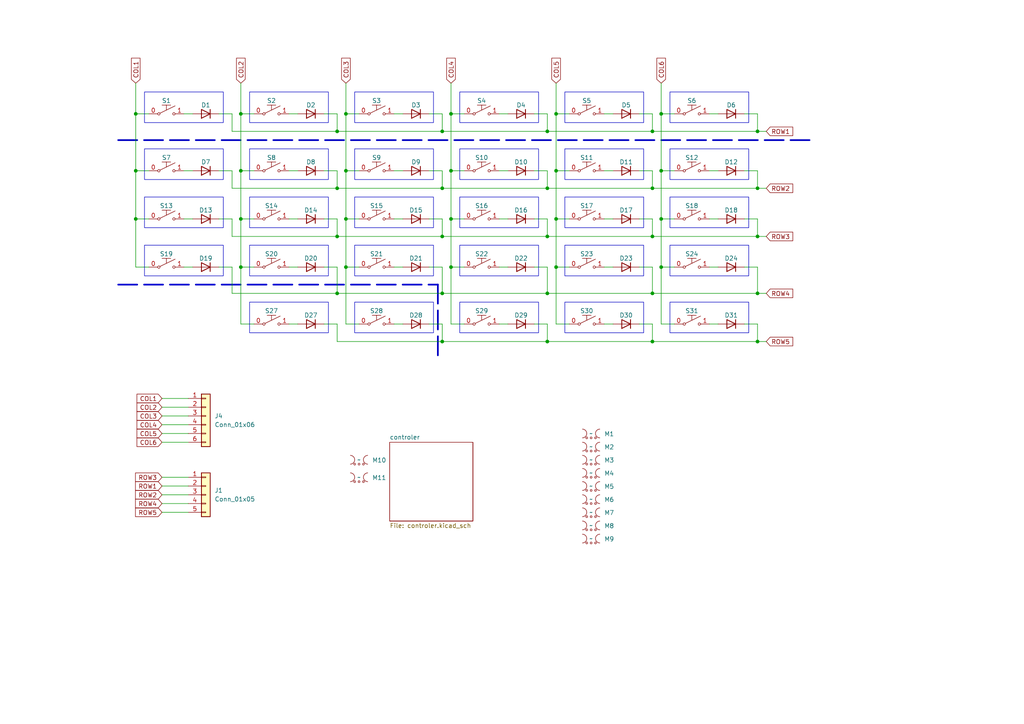
<source format=kicad_sch>
(kicad_sch (version 20230121) (generator eeschema)
  (paper "A4")
  (lib_symbols
    (symbol "Connector_Generic:Conn_01x05" (pin_names (offset 1.016) hide)
      (property "Reference" "J" (at 0 7.62 0))
      (property "Value" "Conn_01x05" (at 0 -7.62 0))
      (symbol "Conn_01x05_1_1"
        (rectangle (start -1.27 -4.953) (end 0 -5.207) (stroke (width 0.1524)))
        (rectangle (start -1.27 -2.413) (end 0 -2.667) (stroke (width 0.1524)))
        (rectangle (start -1.27 0.127) (end 0 -0.127) (stroke (width 0.1524)))
        (rectangle (start -1.27 2.667) (end 0 2.413) (stroke (width 0.1524)))
        (rectangle (start -1.27 5.207) (end 0 4.953) (stroke (width 0.1524)))
        (rectangle (start -1.27 6.35) (end 1.27 -6.35) (stroke (width 0.254)) (fill (type background)))
        (pin passive line (at -5.08 5.08 0) (length 3.81) (name "Pin_1") (number "1"))
        (pin passive line (at -5.08 2.54 0) (length 3.81) (name "Pin_2") (number "2"))
        (pin passive line (at -5.08 0 0) (length 3.81) (name "Pin_3") (number "3"))
        (pin passive line (at -5.08 -2.54 0) (length 3.81) (name "Pin_4") (number "4"))
        (pin passive line (at -5.08 -5.08 0) (length 3.81) (name "Pin_5") (number "5"))
      )
    )
    (symbol "Connector_Generic:Conn_01x06" (pin_names (offset 1.016) hide)
      (property "Reference" "J" (at 0 7.62 0))
      (property "Value" "Conn_01x06" (at 0 -10.16 0))
      (symbol "Conn_01x06_1_1"
        (rectangle (start -1.27 -7.493) (end 0 -7.747) (stroke (width 0.1524)))
        (rectangle (start -1.27 -4.953) (end 0 -5.207) (stroke (width 0.1524)))
        (rectangle (start -1.27 -2.413) (end 0 -2.667) (stroke (width 0.1524)))
        (rectangle (start -1.27 0.127) (end 0 -0.127) (stroke (width 0.1524)))
        (rectangle (start -1.27 2.667) (end 0 2.413) (stroke (width 0.1524)))
        (rectangle (start -1.27 5.207) (end 0 4.953) (stroke (width 0.1524)))
        (rectangle (start -1.27 6.35) (end 1.27 -8.89) (stroke (width 0.254)) (fill (type background)))
        (pin passive line (at -5.08 5.08 0) (length 3.81) (name "Pin_1") (number "1"))
        (pin passive line (at -5.08 2.54 0) (length 3.81) (name "Pin_2") (number "2"))
        (pin passive line (at -5.08 0 0) (length 3.81) (name "Pin_3") (number "3"))
        (pin passive line (at -5.08 -2.54 0) (length 3.81) (name "Pin_4") (number "4"))
        (pin passive line (at -5.08 -5.08 0) (length 3.81) (name "Pin_5") (number "5"))
        (pin passive line (at -5.08 -7.62 0) (length 3.81) (name "Pin_6") (number "6"))
      )
    )
    (symbol "Diode:1N4148" (pin_numbers hide) (pin_names hide)
      (property "Reference" "D" (at 0 2.54 0))
      (property "Value" "1N4148" (at 0 -2.54 0))
      (symbol "1N4148_0_1"
        (polyline (pts (xy -1.27 1.27) (xy -1.27 -1.27)) (stroke (width 0.254)))
        (polyline (pts (xy 1.27 0) (xy -1.27 0)))
        (polyline (pts (xy 1.27 1.27) (xy 1.27 -1.27) (xy -1.27 0) (xy 1.27 1.27)) (stroke (width 0.254)))
      )
      (symbol "1N4148_1_1"
        (pin passive line (at -3.81 0 0) (length 2.54) (name "K") (number "1"))
        (pin passive line (at 3.81 0 180) (length 2.54) (name "A") (number "2"))
      )
    )
    (symbol "split_kb:Gateron_Switch"
      (property "Reference" "S" (at -1.27 3.81 0))
      (property "Value" "Gateron_Switch" (at 0 -2.54 0))
      (symbol "Gateron_Switch_0_1"
        (circle (center -2.1834 -0.0016) (radius 0.3433))
        (polyline (pts (xy -1.8755 0.1857) (xy 2.5305 2.3139)))
        (polyline (pts (xy -1.27 2.54) (xy 1.27 2.54)))
        (polyline (pts (xy 0 1.1248) (xy 0 2.54)))
        (circle (center 2.1802 -0.0016) (radius 0.3433))
      )
      (symbol "Gateron_Switch_1_1"
        (pin bidirectional line (at -5.08 0 0) (length 2.54) (name "") (number "0"))
        (pin bidirectional line (at 5.08 0 180) (length 2.54) (name "") (number "1"))
      )
    )
    (symbol "split_kb_lib:Mouse_Bites"
      (property "Reference" "M" (at 0 0 0))
      (symbol "Mouse_Bites_0_1"
        (arc (start -2.5241 -1.27) (mid -1.2699 0) (end -2.5241 1.27))
        (circle (center -1.27 -1.27) (radius 0.2664))
        (circle (center 0 -1.27) (radius 0.2664))
        (circle (center 1.27 -1.27) (radius 0.2664))
        (arc (start 2.5241 1.27) (mid 1.2699 0) (end 2.5241 -1.27))
      )
    )
  )
  (junction (at 128.27 68.58))
  (junction (at 130.81 33.02))
  (junction (at 128.27 38.1))
  (junction (at 128.27 99.06))
  (junction (at 39.37 49.53))
  (junction (at 97.79 85.09))
  (junction (at 191.77 49.53))
  (junction (at 100.33 33.02))
  (junction (at 191.77 33.02))
  (junction (at 39.37 63.5))
  (junction (at 69.85 33.02))
  (junction (at 161.29 33.02))
  (junction (at 189.23 54.61))
  (junction (at 128.27 85.09))
  (junction (at 189.23 38.1))
  (junction (at 100.33 77.47))
  (junction (at 219.71 68.58))
  (junction (at 69.85 77.47))
  (junction (at 191.77 63.5))
  (junction (at 97.79 68.58))
  (junction (at 97.79 54.61))
  (junction (at 189.23 68.58))
  (junction (at 219.71 85.09))
  (junction (at 69.85 63.5))
  (junction (at 161.29 77.47))
  (junction (at 130.81 63.5))
  (junction (at 158.75 68.58))
  (junction (at 130.81 77.47))
  (junction (at 100.33 49.53))
  (junction (at 158.75 54.61))
  (junction (at 161.29 49.53))
  (junction (at 161.29 63.5))
  (junction (at 219.71 54.61))
  (junction (at 189.23 99.06))
  (junction (at 100.33 63.5))
  (junction (at 189.23 85.09))
  (junction (at 158.75 99.06))
  (junction (at 97.79 38.1))
  (junction (at 130.81 49.53))
  (junction (at 191.77 77.47))
  (junction (at 128.27 54.61))
  (junction (at 219.71 38.1))
  (junction (at 69.85 49.53))
  (junction (at 39.37 33.02))
  (junction (at 158.75 85.09))
  (junction (at 158.75 38.1))
  (junction (at 219.71 99.06))
  (wire (pts (xy 205.74 93.98) (xy 208.28 93.98)))
  (wire (pts (xy 161.29 93.98) (xy 165.1 93.98)))
  (wire (pts (xy 154.94 93.98) (xy 158.75 93.98)))
  (wire (pts (xy 100.33 93.98) (xy 104.14 93.98)))
  (wire (pts (xy 185.42 93.98) (xy 189.23 93.98)))
  (wire (pts (xy 97.79 38.1) (xy 128.27 38.1)))
  (wire (pts (xy 161.29 77.47) (xy 165.1 77.47)))
  (wire (pts (xy 130.81 63.5) (xy 134.62 63.5)))
  (wire (pts (xy 158.75 63.5) (xy 158.75 68.58)))
  (wire (pts (xy 69.85 49.53) (xy 69.85 63.5)))
  (wire (pts (xy 144.78 49.53) (xy 147.32 49.53)))
  (wire (pts (xy 97.79 54.61) (xy 128.27 54.61)))
  (wire (pts (xy 219.71 33.02) (xy 219.71 38.1)))
  (wire (pts (xy 158.75 93.98) (xy 158.75 99.06)))
  (wire (pts (xy 69.85 63.5) (xy 73.66 63.5)))
  (wire (pts (xy 144.78 93.98) (xy 147.32 93.98)))
  (wire (pts (xy 53.34 49.53) (xy 55.88 49.53)))
  (wire (pts (xy 46.99 123.19) (xy 54.61 123.19)))
  (wire (pts (xy 191.77 24.13) (xy 191.77 33.02)))
  (wire (pts (xy 69.85 24.13) (xy 69.85 33.02)))
  (wire (pts (xy 130.81 24.13) (xy 130.81 33.02)))
  (wire (pts (xy 83.82 77.47) (xy 86.36 77.47)))
  (wire (pts (xy 215.9 33.02) (xy 219.71 33.02)))
  (wire (pts (xy 158.75 77.47) (xy 158.75 85.09)))
  (wire (pts (xy 97.79 93.98) (xy 97.79 99.06)))
  (wire (pts (xy 130.81 33.02) (xy 130.81 49.53)))
  (wire (pts (xy 53.34 33.02) (xy 55.88 33.02)))
  (wire (pts (xy 158.75 99.06) (xy 189.23 99.06)))
  (wire (pts (xy 215.9 93.98) (xy 219.71 93.98)))
  (wire (pts (xy 93.98 33.02) (xy 97.79 33.02)))
  (wire (pts (xy 161.29 63.5) (xy 165.1 63.5)))
  (wire (pts (xy 39.37 49.53) (xy 39.37 63.5)))
  (wire (pts (xy 189.23 63.5) (xy 189.23 68.58)))
  (wire (pts (xy 144.78 77.47) (xy 147.32 77.47)))
  (wire (pts (xy 46.99 138.43) (xy 54.61 138.43)))
  (wire (pts (xy 39.37 77.47) (xy 43.18 77.47)))
  (wire (pts (xy 100.33 49.53) (xy 100.33 63.5)))
  (wire (pts (xy 219.71 85.09) (xy 222.25 85.09)))
  (wire (pts (xy 158.75 49.53) (xy 158.75 54.61)))
  (wire (pts (xy 83.82 93.98) (xy 86.36 93.98)))
  (wire (pts (xy 219.71 93.98) (xy 219.71 99.06)))
  (polyline (pts (xy 127 82.55) (xy 127 104.14)) (stroke (width 0.5) (type dash)))
  (wire (pts (xy 83.82 49.53) (xy 86.36 49.53)))
  (wire (pts (xy 219.71 54.61) (xy 222.25 54.61)))
  (wire (pts (xy 130.81 77.47) (xy 134.62 77.47)))
  (wire (pts (xy 154.94 33.02) (xy 158.75 33.02)))
  (wire (pts (xy 191.77 63.5) (xy 191.77 77.47)))
  (wire (pts (xy 215.9 63.5) (xy 219.71 63.5)))
  (wire (pts (xy 114.3 49.53) (xy 116.84 49.53)))
  (wire (pts (xy 100.33 77.47) (xy 100.33 93.98)))
  (wire (pts (xy 130.81 77.47) (xy 130.81 93.98)))
  (wire (pts (xy 219.71 77.47) (xy 219.71 85.09)))
  (wire (pts (xy 63.5 33.02) (xy 67.31 33.02)))
  (wire (pts (xy 97.79 68.58) (xy 128.27 68.58)))
  (wire (pts (xy 46.99 146.05) (xy 54.61 146.05)))
  (wire (pts (xy 39.37 24.13) (xy 39.37 33.02)))
  (wire (pts (xy 191.77 93.98) (xy 195.58 93.98)))
  (wire (pts (xy 46.99 140.97) (xy 54.61 140.97)))
  (wire (pts (xy 128.27 77.47) (xy 128.27 85.09)))
  (wire (pts (xy 130.81 93.98) (xy 134.62 93.98)))
  (wire (pts (xy 144.78 63.5) (xy 147.32 63.5)))
  (wire (pts (xy 114.3 93.98) (xy 116.84 93.98)))
  (wire (pts (xy 185.42 49.53) (xy 189.23 49.53)))
  (wire (pts (xy 67.31 77.47) (xy 67.31 85.09)))
  (wire (pts (xy 130.81 63.5) (xy 130.81 77.47)))
  (wire (pts (xy 97.79 99.06) (xy 128.27 99.06)))
  (wire (pts (xy 189.23 99.06) (xy 219.71 99.06)))
  (wire (pts (xy 69.85 33.02) (xy 73.66 33.02)))
  (wire (pts (xy 154.94 49.53) (xy 158.75 49.53)))
  (wire (pts (xy 191.77 33.02) (xy 191.77 49.53)))
  (wire (pts (xy 69.85 63.5) (xy 69.85 77.47)))
  (wire (pts (xy 46.99 115.57) (xy 54.61 115.57)))
  (wire (pts (xy 175.26 63.5) (xy 177.8 63.5)))
  (wire (pts (xy 39.37 49.53) (xy 43.18 49.53)))
  (wire (pts (xy 219.71 49.53) (xy 219.71 54.61)))
  (wire (pts (xy 100.33 24.13) (xy 100.33 33.02)))
  (wire (pts (xy 100.33 77.47) (xy 104.14 77.47)))
  (wire (pts (xy 67.31 63.5) (xy 67.31 68.58)))
  (wire (pts (xy 158.75 77.47) (xy 154.94 77.47)))
  (wire (pts (xy 219.71 38.1) (xy 222.25 38.1)))
  (wire (pts (xy 46.99 128.27) (xy 54.61 128.27)))
  (wire (pts (xy 189.23 33.02) (xy 189.23 38.1)))
  (wire (pts (xy 189.23 68.58) (xy 219.71 68.58)))
  (wire (pts (xy 158.75 33.02) (xy 158.75 38.1)))
  (wire (pts (xy 63.5 49.53) (xy 67.31 49.53)))
  (wire (pts (xy 39.37 33.02) (xy 39.37 49.53)))
  (wire (pts (xy 161.29 24.13) (xy 161.29 33.02)))
  (wire (pts (xy 53.34 77.47) (xy 55.88 77.47)))
  (wire (pts (xy 128.27 49.53) (xy 128.27 54.61)))
  (wire (pts (xy 191.77 49.53) (xy 191.77 63.5)))
  (wire (pts (xy 185.42 33.02) (xy 189.23 33.02)))
  (wire (pts (xy 161.29 49.53) (xy 161.29 63.5)))
  (wire (pts (xy 97.79 85.09) (xy 128.27 85.09)))
  (wire (pts (xy 189.23 77.47) (xy 185.42 77.47)))
  (wire (pts (xy 67.31 33.02) (xy 67.31 38.1)))
  (wire (pts (xy 128.27 63.5) (xy 128.27 68.58)))
  (wire (pts (xy 67.31 54.61) (xy 97.79 54.61)))
  (wire (pts (xy 46.99 148.59) (xy 54.61 148.59)))
  (wire (pts (xy 189.23 49.53) (xy 189.23 54.61)))
  (wire (pts (xy 39.37 33.02) (xy 43.18 33.02)))
  (wire (pts (xy 69.85 93.98) (xy 73.66 93.98)))
  (wire (pts (xy 69.85 77.47) (xy 69.85 93.98)))
  (wire (pts (xy 69.85 49.53) (xy 73.66 49.53)))
  (wire (pts (xy 53.34 63.5) (xy 55.88 63.5)))
  (polyline (pts (xy 34.29 40.64) (xy 234.95 40.64)) (stroke (width 0.5) (type dash)))
  (wire (pts (xy 189.23 77.47) (xy 189.23 85.09)))
  (wire (pts (xy 191.77 49.53) (xy 195.58 49.53)))
  (wire (pts (xy 100.33 33.02) (xy 100.33 49.53)))
  (wire (pts (xy 175.26 77.47) (xy 177.8 77.47)))
  (wire (pts (xy 128.27 33.02) (xy 128.27 38.1)))
  (wire (pts (xy 219.71 63.5) (xy 219.71 68.58)))
  (wire (pts (xy 158.75 38.1) (xy 189.23 38.1)))
  (wire (pts (xy 189.23 38.1) (xy 219.71 38.1)))
  (wire (pts (xy 219.71 99.06) (xy 222.25 99.06)))
  (wire (pts (xy 46.99 125.73) (xy 54.61 125.73)))
  (wire (pts (xy 93.98 93.98) (xy 97.79 93.98)))
  (wire (pts (xy 46.99 143.51) (xy 54.61 143.51)))
  (wire (pts (xy 175.26 33.02) (xy 177.8 33.02)))
  (wire (pts (xy 67.31 54.61) (xy 67.31 49.53)))
  (wire (pts (xy 67.31 38.1) (xy 97.79 38.1)))
  (wire (pts (xy 124.46 77.47) (xy 128.27 77.47)))
  (wire (pts (xy 67.31 68.58) (xy 97.79 68.58)))
  (wire (pts (xy 130.81 49.53) (xy 134.62 49.53)))
  (wire (pts (xy 161.29 33.02) (xy 161.29 49.53)))
  (wire (pts (xy 175.26 93.98) (xy 177.8 93.98)))
  (wire (pts (xy 97.79 77.47) (xy 97.79 85.09)))
  (wire (pts (xy 128.27 85.09) (xy 158.75 85.09)))
  (wire (pts (xy 130.81 33.02) (xy 134.62 33.02)))
  (wire (pts (xy 69.85 77.47) (xy 73.66 77.47)))
  (wire (pts (xy 189.23 54.61) (xy 219.71 54.61)))
  (wire (pts (xy 100.33 63.5) (xy 104.14 63.5)))
  (wire (pts (xy 191.77 63.5) (xy 195.58 63.5)))
  (wire (pts (xy 114.3 77.47) (xy 116.84 77.47)))
  (wire (pts (xy 154.94 63.5) (xy 158.75 63.5)))
  (wire (pts (xy 158.75 54.61) (xy 189.23 54.61)))
  (wire (pts (xy 93.98 63.5) (xy 97.79 63.5)))
  (wire (pts (xy 205.74 63.5) (xy 208.28 63.5)))
  (wire (pts (xy 185.42 63.5) (xy 189.23 63.5)))
  (wire (pts (xy 124.46 93.98) (xy 128.27 93.98)))
  (wire (pts (xy 219.71 77.47) (xy 215.9 77.47)))
  (wire (pts (xy 128.27 38.1) (xy 158.75 38.1)))
  (wire (pts (xy 191.77 77.47) (xy 195.58 77.47)))
  (wire (pts (xy 189.23 85.09) (xy 219.71 85.09)))
  (wire (pts (xy 130.81 49.53) (xy 130.81 63.5)))
  (wire (pts (xy 205.74 49.53) (xy 208.28 49.53)))
  (wire (pts (xy 100.33 49.53) (xy 104.14 49.53)))
  (wire (pts (xy 215.9 49.53) (xy 219.71 49.53)))
  (wire (pts (xy 158.75 68.58) (xy 189.23 68.58)))
  (wire (pts (xy 158.75 85.09) (xy 189.23 85.09)))
  (wire (pts (xy 161.29 49.53) (xy 165.1 49.53)))
  (wire (pts (xy 161.29 63.5) (xy 161.29 77.47)))
  (wire (pts (xy 97.79 49.53) (xy 97.79 54.61)))
  (wire (pts (xy 114.3 33.02) (xy 116.84 33.02)))
  (wire (pts (xy 46.99 120.65) (xy 54.61 120.65)))
  (wire (pts (xy 46.99 118.11) (xy 54.61 118.11)))
  (wire (pts (xy 128.27 93.98) (xy 128.27 99.06)))
  (wire (pts (xy 205.74 33.02) (xy 208.28 33.02)))
  (wire (pts (xy 100.33 33.02) (xy 104.14 33.02)))
  (wire (pts (xy 83.82 63.5) (xy 86.36 63.5)))
  (wire (pts (xy 128.27 54.61) (xy 158.75 54.61)))
  (wire (pts (xy 97.79 33.02) (xy 97.79 38.1)))
  (wire (pts (xy 93.98 49.53) (xy 97.79 49.53)))
  (wire (pts (xy 124.46 33.02) (xy 128.27 33.02)))
  (wire (pts (xy 189.23 93.98) (xy 189.23 99.06)))
  (wire (pts (xy 128.27 68.58) (xy 158.75 68.58)))
  (wire (pts (xy 39.37 63.5) (xy 43.18 63.5)))
  (wire (pts (xy 219.71 68.58) (xy 222.25 68.58)))
  (wire (pts (xy 100.33 63.5) (xy 100.33 77.47)))
  (wire (pts (xy 191.77 33.02) (xy 195.58 33.02)))
  (wire (pts (xy 39.37 63.5) (xy 39.37 77.47)))
  (wire (pts (xy 83.82 33.02) (xy 86.36 33.02)))
  (wire (pts (xy 191.77 77.47) (xy 191.77 93.98)))
  (wire (pts (xy 124.46 49.53) (xy 128.27 49.53)))
  (wire (pts (xy 63.5 63.5) (xy 67.31 63.5)))
  (wire (pts (xy 128.27 99.06) (xy 158.75 99.06)))
  (wire (pts (xy 205.74 77.47) (xy 208.28 77.47)))
  (wire (pts (xy 93.98 77.47) (xy 97.79 77.47)))
  (polyline (pts (xy 34.29 82.55) (xy 127 82.55)) (stroke (width 0.5) (type dash)))
  (wire (pts (xy 144.78 33.02) (xy 147.32 33.02)))
  (wire (pts (xy 67.31 77.47) (xy 63.5 77.47)))
  (wire (pts (xy 67.31 85.09) (xy 97.79 85.09)))
  (wire (pts (xy 69.85 33.02) (xy 69.85 49.53)))
  (wire (pts (xy 161.29 77.47) (xy 161.29 93.98)))
  (wire (pts (xy 97.79 63.5) (xy 97.79 68.58)))
  (wire (pts (xy 161.29 33.02) (xy 165.1 33.02)))
  (wire (pts (xy 114.3 63.5) (xy 116.84 63.5)))
  (wire (pts (xy 175.26 49.53) (xy 177.8 49.53)))
  (wire (pts (xy 124.46 63.5) (xy 128.27 63.5)))
  (rectangle (start 194.31 87.63) (end 217.17 96.52))
  (rectangle (start 72.39 26.67) (end 95.25 35.56))
  (rectangle (start 194.31 43.18) (end 217.17 52.07))
  (rectangle (start 133.35 26.67) (end 156.21 35.56))
  (rectangle (start 102.87 87.63) (end 125.73 96.52))
  (rectangle (start 41.91 43.18) (end 64.77 52.07))
  (rectangle (start 41.91 57.15) (end 64.77 66.04))
  (rectangle (start 72.39 71.12) (end 95.25 80.01))
  (rectangle (start 41.91 71.12) (end 64.77 80.01))
  (rectangle (start 133.35 43.18) (end 156.21 52.07))
  (rectangle (start 72.39 43.18) (end 95.25 52.07))
  (rectangle (start 41.91 26.67) (end 64.77 35.56))
  (rectangle (start 102.87 57.15) (end 125.73 66.04))
  (rectangle (start 102.87 71.12) (end 125.73 80.01))
  (rectangle (start 163.83 43.18) (end 186.69 52.07))
  (rectangle (start 133.35 87.63) (end 156.21 96.52))
  (rectangle (start 163.83 87.63) (end 186.69 96.52))
  (rectangle (start 102.87 43.18) (end 125.73 52.07))
  (rectangle (start 194.31 57.15) (end 217.17 66.04))
  (rectangle (start 163.83 26.67) (end 186.69 35.56))
  (rectangle (start 72.39 57.15) (end 95.25 66.04))
  (rectangle (start 194.31 26.67) (end 217.17 35.56))
  (rectangle (start 102.87 26.67) (end 125.73 35.56))
  (rectangle (start 163.83 57.15) (end 186.69 66.04))
  (rectangle (start 72.39 87.63) (end 95.25 96.52))
  (rectangle (start 133.35 71.12) (end 156.21 80.01))
  (rectangle (start 163.83 71.12) (end 186.69 80.01))
  (rectangle (start 194.31 71.12) (end 217.17 80.01))
  (rectangle (start 133.35 57.15) (end 156.21 66.04))
  (global_label "ROW1" (shape input) (at 222.25 38.1 0) (property "Intersheetrefs" "${INTERSHEET_REFS}" (effects hide)))
  (global_label "COL2" (shape input) (at 69.85 24.13 90) (property "Intersheetrefs" "${INTERSHEET_REFS}" (effects hide)))
  (global_label "ROW5" (shape input) (at 222.25 99.06 0) (property "Intersheetrefs" "${INTERSHEET_REFS}" (effects hide)))
  (global_label "ROW3" (shape input) (at 46.99 138.43 180) (property "Intersheetrefs" "${INTERSHEET_REFS}" (effects hide)))
  (global_label "COL3" (shape input) (at 46.99 120.65 180) (property "Intersheetrefs" "${INTERSHEET_REFS}" (effects hide)))
  (global_label "COL2" (shape input) (at 46.99 118.11 180) (property "Intersheetrefs" "${INTERSHEET_REFS}" (effects hide)))
  (global_label "COL5" (shape input) (at 46.99 125.73 180) (property "Intersheetrefs" "${INTERSHEET_REFS}" (effects hide)))
  (global_label "COL1" (shape input) (at 39.37 24.13 90) (property "Intersheetrefs" "${INTERSHEET_REFS}" (effects hide)))
  (global_label "ROW1" (shape input) (at 46.99 140.97 180) (property "Intersheetrefs" "${INTERSHEET_REFS}" (effects hide)))
  (global_label "COL1" (shape input) (at 46.99 115.57 180) (property "Intersheetrefs" "${INTERSHEET_REFS}" (effects hide)))
  (global_label "ROW4" (shape input) (at 222.25 85.09 0) (property "Intersheetrefs" "${INTERSHEET_REFS}" (effects hide)))
  (global_label "ROW2" (shape input) (at 222.25 54.61 0) (property "Intersheetrefs" "${INTERSHEET_REFS}" (effects hide)))
  (global_label "ROW5" (shape input) (at 46.99 148.59 180) (property "Intersheetrefs" "${INTERSHEET_REFS}" (effects hide)))
  (global_label "COL3" (shape input) (at 100.33 24.13 90) (property "Intersheetrefs" "${INTERSHEET_REFS}" (effects hide)))
  (global_label "ROW2" (shape input) (at 46.99 143.51 180) (property "Intersheetrefs" "${INTERSHEET_REFS}" (effects hide)))
  (global_label "ROW3" (shape input) (at 222.25 68.58 0) (property "Intersheetrefs" "${INTERSHEET_REFS}" (effects hide)))
  (global_label "COL4" (shape input) (at 130.81 24.13 90) (property "Intersheetrefs" "${INTERSHEET_REFS}" (effects hide)))
  (global_label "COL6" (shape input) (at 46.99 128.27 180) (property "Intersheetrefs" "${INTERSHEET_REFS}" (effects hide)))
  (global_label "COL4" (shape input) (at 46.99 123.19 180) (property "Intersheetrefs" "${INTERSHEET_REFS}" (effects hide)))
  (global_label "COL6" (shape input) (at 191.77 24.13 90) (property "Intersheetrefs" "${INTERSHEET_REFS}" (effects hide)))
  (global_label "COL5" (shape input) (at 161.29 24.13 90) (property "Intersheetrefs" "${INTERSHEET_REFS}" (effects hide)))
  (global_label "ROW4" (shape input) (at 46.99 146.05 180) (property "Intersheetrefs" "${INTERSHEET_REFS}" (effects hide)))
  (symbol (lib_id "split_kb:Gateron_Switch") (at 200.66 49.53 0) (unit 1)
    (property "Reference" "S12" (at 200.66 45.72 0))
    (property "Value" "Gateron_Switch" (effects hide))
    (property "Footprint" "split_kb_lib:GATERON" (effects hide))
  )
  (symbol (lib_id "split_kb:Gateron_Switch") (at 48.26 77.47 0) (unit 1)
    (property "Reference" "S19" (at 48.26 73.66 0))
    (property "Value" "Gateron_Switch" (effects hide))
    (property "Footprint" "split_kb_lib:GATERON" (effects hide))
  )
  (symbol (lib_id "split_kb_lib:Mouse_Bites") (at 171.45 156.21 0) (unit 1)
    (property "Reference" "M9" (at 175.26 156.3432 0) (effects (justify left)))
    (property "Value" "~" (at 171.45 156.21 0))
    (property "Footprint" "split_kb_lib:Mouse Bites" (effects hide))
  )
  (symbol (lib_id "split_kb:Gateron_Switch") (at 139.7 33.02 0) (unit 1)
    (property "Reference" "S4" (at 139.7 29.21 0))
    (property "Value" "Gateron_Switch" (effects hide))
    (property "Footprint" "split_kb_lib:GATERON" (effects hide))
  )
  (symbol (lib_id "Diode:1N4148") (at 120.65 49.53 180) (unit 1)
    (property "Reference" "D9" (at 120.65 46.99 0))
    (property "Value" "1N4148" (effects hide))
    (property "Footprint" "split_kb_lib:SOD80_P5.5mm_Horizontal_SMD" (effects hide))
    (property "Datasheet" "https://assets.nexperia.com/documents/data-sheet/1N4148_1N4448.pdf" (effects hide))
    (property "Sim.Device" "D" (effects hide))
    (property "Sim.Pins" "1=K 2=A" (effects hide))
  )
  (symbol (lib_id "split_kb_lib:Mouse_Bites") (at 171.45 152.4 0) (unit 1)
    (property "Reference" "M8" (at 175.26 152.5332 0) (effects (justify left)))
    (property "Value" "~" (at 171.45 152.4 0))
    (property "Footprint" "split_kb_lib:Mouse Bites" (effects hide))
  )
  (symbol (lib_id "Connector_Generic:Conn_01x05") (at 59.69 143.51 0) (unit 1)
    (property "Reference" "J1" (at 62.23 142.24 0) (effects (justify left)))
    (property "Value" "Conn_01x05" (at 62.23 144.78 0) (effects (justify left)))
    (property "Footprint" "split_kb_lib:Row Connector" (effects hide))
  )
  (symbol (lib_id "split_kb_lib:Mouse_Bites") (at 171.45 133.35 0) (unit 1)
    (property "Reference" "M3" (at 175.26 133.4832 0) (effects (justify left)))
    (property "Value" "~" (at 171.45 133.35 0))
    (property "Footprint" "split_kb_lib:Mouse Bites" (effects hide))
  )
  (symbol (lib_id "split_kb:Gateron_Switch") (at 78.74 77.47 0) (unit 1)
    (property "Reference" "S20" (at 78.74 73.66 0))
    (property "Value" "Gateron_Switch" (effects hide))
    (property "Footprint" "split_kb_lib:GATERON" (effects hide))
  )
  (symbol (lib_id "Diode:1N4148") (at 181.61 33.02 180) (unit 1)
    (property "Reference" "D5" (at 181.61 30.48 0))
    (property "Value" "1N4148" (effects hide))
    (property "Footprint" "split_kb_lib:SOD80_P5.5mm_Horizontal_SMD" (effects hide))
    (property "Datasheet" "https://assets.nexperia.com/documents/data-sheet/1N4148_1N4448.pdf" (effects hide))
    (property "Sim.Device" "D" (effects hide))
    (property "Sim.Pins" "1=K 2=A" (effects hide))
  )
  (symbol (lib_id "Diode:1N4148") (at 181.61 63.5 180) (unit 1)
    (property "Reference" "D17" (at 181.61 60.96 0))
    (property "Value" "1N4148" (effects hide))
    (property "Footprint" "split_kb_lib:SOD80_P5.5mm_Horizontal_SMD" (effects hide))
    (property "Datasheet" "https://assets.nexperia.com/documents/data-sheet/1N4148_1N4448.pdf" (effects hide))
    (property "Sim.Device" "D" (effects hide))
    (property "Sim.Pins" "1=K 2=A" (effects hide))
  )
  (symbol (lib_id "split_kb_lib:Mouse_Bites") (at 171.45 125.73 0) (unit 1)
    (property "Reference" "M1" (at 175.26 125.8632 0) (effects (justify left)))
    (property "Value" "~" (at 171.45 125.73 0))
    (property "Footprint" "split_kb_lib:Mouse Bites" (effects hide))
  )
  (symbol (lib_id "split_kb:Gateron_Switch") (at 200.66 77.47 0) (unit 1)
    (property "Reference" "S24" (at 200.66 73.66 0))
    (property "Value" "Gateron_Switch" (effects hide))
    (property "Footprint" "split_kb_lib:GATERON" (effects hide))
  )
  (symbol (lib_id "Diode:1N4148") (at 90.17 63.5 180) (unit 1)
    (property "Reference" "D14" (at 90.17 60.96 0))
    (property "Value" "1N4148" (effects hide))
    (property "Footprint" "split_kb_lib:SOD80_P5.5mm_Horizontal_SMD" (effects hide))
    (property "Datasheet" "https://assets.nexperia.com/documents/data-sheet/1N4148_1N4448.pdf" (effects hide))
    (property "Sim.Device" "D" (effects hide))
    (property "Sim.Pins" "1=K 2=A" (effects hide))
  )
  (symbol (lib_id "split_kb:Gateron_Switch") (at 139.7 77.47 0) (unit 1)
    (property "Reference" "S22" (at 139.7 73.66 0))
    (property "Value" "Gateron_Switch" (effects hide))
    (property "Footprint" "split_kb_lib:GATERON" (effects hide))
  )
  (symbol (lib_id "Diode:1N4148") (at 212.09 33.02 180) (unit 1)
    (property "Reference" "D6" (at 212.09 30.48 0))
    (property "Value" "1N4148" (effects hide))
    (property "Footprint" "split_kb_lib:SOD80_P5.5mm_Horizontal_SMD" (effects hide))
    (property "Datasheet" "https://assets.nexperia.com/documents/data-sheet/1N4148_1N4448.pdf" (effects hide))
    (property "Sim.Device" "D" (effects hide))
    (property "Sim.Pins" "1=K 2=A" (effects hide))
  )
  (symbol (lib_id "Diode:1N4148") (at 181.61 77.47 180) (unit 1)
    (property "Reference" "D23" (at 181.61 74.93 0))
    (property "Value" "1N4148" (effects hide))
    (property "Footprint" "split_kb_lib:SOD80_P5.5mm_Horizontal_SMD" (effects hide))
    (property "Datasheet" "https://assets.nexperia.com/documents/data-sheet/1N4148_1N4448.pdf" (effects hide))
    (property "Sim.Device" "D" (effects hide))
    (property "Sim.Pins" "1=K 2=A" (effects hide))
  )
  (symbol (lib_id "split_kb:Gateron_Switch") (at 200.66 63.5 0) (unit 1)
    (property "Reference" "S18" (at 200.66 59.69 0))
    (property "Value" "Gateron_Switch" (effects hide))
    (property "Footprint" "split_kb_lib:GATERON" (effects hide))
  )
  (symbol (lib_id "split_kb:Gateron_Switch") (at 200.66 93.98 0) (unit 1)
    (property "Reference" "S31" (at 200.66 90.17 0))
    (property "Value" "Gateron_Switch" (effects hide))
    (property "Footprint" "split_kb_lib:GATERON" (effects hide))
  )
  (symbol (lib_id "split_kb:Gateron_Switch") (at 170.18 49.53 0) (unit 1)
    (property "Reference" "S11" (at 170.18 45.72 0))
    (property "Value" "Gateron_Switch" (effects hide))
    (property "Footprint" "split_kb_lib:GATERON" (effects hide))
  )
  (symbol (lib_id "split_kb:Gateron_Switch") (at 109.22 63.5 0) (unit 1)
    (property "Reference" "S15" (at 109.22 59.69 0))
    (property "Value" "Gateron_Switch" (effects hide))
    (property "Footprint" "split_kb_lib:GATERON" (effects hide))
  )
  (symbol (lib_id "split_kb:Gateron_Switch") (at 109.22 49.53 0) (unit 1)
    (property "Reference" "S9" (at 109.22 45.72 0))
    (property "Value" "Gateron_Switch" (effects hide))
    (property "Footprint" "split_kb_lib:GATERON" (effects hide))
  )
  (symbol (lib_id "Diode:1N4148") (at 120.65 33.02 180) (unit 1)
    (property "Reference" "D3" (at 120.65 30.48 0))
    (property "Value" "1N4148" (effects hide))
    (property "Footprint" "split_kb_lib:SOD80_P5.5mm_Horizontal_SMD" (effects hide))
    (property "Datasheet" "https://assets.nexperia.com/documents/data-sheet/1N4148_1N4448.pdf" (effects hide))
    (property "Sim.Device" "D" (effects hide))
    (property "Sim.Pins" "1=K 2=A" (effects hide))
  )
  (symbol (lib_id "split_kb:Gateron_Switch") (at 48.26 49.53 0) (unit 1)
    (property "Reference" "S7" (at 48.26 45.72 0))
    (property "Value" "Gateron_Switch" (effects hide))
    (property "Footprint" "split_kb_lib:GATERON" (effects hide))
  )
  (symbol (lib_id "Diode:1N4148") (at 181.61 49.53 180) (unit 1)
    (property "Reference" "D11" (at 181.61 46.99 0))
    (property "Value" "1N4148" (effects hide))
    (property "Footprint" "split_kb_lib:SOD80_P5.5mm_Horizontal_SMD" (effects hide))
    (property "Datasheet" "https://assets.nexperia.com/documents/data-sheet/1N4148_1N4448.pdf" (effects hide))
    (property "Sim.Device" "D" (effects hide))
    (property "Sim.Pins" "1=K 2=A" (effects hide))
  )
  (symbol (lib_id "Diode:1N4148") (at 212.09 49.53 180) (unit 1)
    (property "Reference" "D12" (at 212.09 46.99 0))
    (property "Value" "1N4148" (effects hide))
    (property "Footprint" "split_kb_lib:SOD80_P5.5mm_Horizontal_SMD" (effects hide))
    (property "Datasheet" "https://assets.nexperia.com/documents/data-sheet/1N4148_1N4448.pdf" (effects hide))
    (property "Sim.Device" "D" (effects hide))
    (property "Sim.Pins" "1=K 2=A" (effects hide))
  )
  (symbol (lib_id "split_kb:Gateron_Switch") (at 139.7 93.98 0) (unit 1)
    (property "Reference" "S29" (at 139.7 90.17 0))
    (property "Value" "Gateron_Switch" (effects hide))
    (property "Footprint" "split_kb_lib:GATERON" (effects hide))
  )
  (symbol (lib_id "Diode:1N4148") (at 120.65 63.5 180) (unit 1)
    (property "Reference" "D15" (at 120.65 60.96 0))
    (property "Value" "1N4148" (effects hide))
    (property "Footprint" "split_kb_lib:SOD80_P5.5mm_Horizontal_SMD" (effects hide))
    (property "Datasheet" "https://assets.nexperia.com/documents/data-sheet/1N4148_1N4448.pdf" (effects hide))
    (property "Sim.Device" "D" (effects hide))
    (property "Sim.Pins" "1=K 2=A" (effects hide))
  )
  (symbol (lib_id "split_kb_lib:Mouse_Bites") (at 171.45 129.54 0) (unit 1)
    (property "Reference" "M2" (at 175.26 129.6732 0) (effects (justify left)))
    (property "Value" "~" (at 171.45 129.54 0))
    (property "Footprint" "split_kb_lib:Mouse Bites" (effects hide))
  )
  (symbol (lib_id "split_kb_lib:Mouse_Bites") (at 171.45 148.59 0) (unit 1)
    (property "Reference" "M7" (at 175.26 148.7232 0) (effects (justify left)))
    (property "Value" "~" (at 171.45 148.59 0))
    (property "Footprint" "split_kb_lib:Mouse Bites" (effects hide))
  )
  (symbol (lib_id "Diode:1N4148") (at 151.13 33.02 180) (unit 1)
    (property "Reference" "D4" (at 151.13 30.48 0))
    (property "Value" "1N4148" (effects hide))
    (property "Footprint" "split_kb_lib:SOD80_P5.5mm_Horizontal_SMD" (effects hide))
    (property "Datasheet" "https://assets.nexperia.com/documents/data-sheet/1N4148_1N4448.pdf" (effects hide))
    (property "Sim.Device" "D" (effects hide))
    (property "Sim.Pins" "1=K 2=A" (effects hide))
  )
  (symbol (lib_id "split_kb_lib:Mouse_Bites") (at 171.45 140.97 0) (unit 1)
    (property "Reference" "M5" (at 175.26 141.1032 0) (effects (justify left)))
    (property "Value" "~" (at 171.45 140.97 0))
    (property "Footprint" "split_kb_lib:Mouse Bites" (effects hide))
  )
  (symbol (lib_id "Diode:1N4148") (at 90.17 49.53 180) (unit 1)
    (property "Reference" "D8" (at 90.17 46.99 0))
    (property "Value" "1N4148" (effects hide))
    (property "Footprint" "split_kb_lib:SOD80_P5.5mm_Horizontal_SMD" (effects hide))
    (property "Datasheet" "https://assets.nexperia.com/documents/data-sheet/1N4148_1N4448.pdf" (effects hide))
    (property "Sim.Device" "D" (effects hide))
    (property "Sim.Pins" "1=K 2=A" (effects hide))
  )
  (symbol (lib_id "split_kb:Gateron_Switch") (at 78.74 33.02 0) (unit 1)
    (property "Reference" "S2" (at 78.74 29.21 0))
    (property "Value" "Gateron_Switch" (effects hide))
    (property "Footprint" "split_kb_lib:GATERON" (effects hide))
  )
  (symbol (lib_id "split_kb:Gateron_Switch") (at 170.18 77.47 0) (unit 1)
    (property "Reference" "S23" (at 170.18 73.66 0))
    (property "Value" "Gateron_Switch" (effects hide))
    (property "Footprint" "split_kb_lib:GATERON" (effects hide))
  )
  (symbol (lib_id "Diode:1N4148") (at 212.09 93.98 180) (unit 1)
    (property "Reference" "D31" (at 212.09 91.44 0))
    (property "Value" "1N4148" (effects hide))
    (property "Footprint" "split_kb_lib:SOD80_P5.5mm_Horizontal_SMD" (effects hide))
    (property "Datasheet" "https://assets.nexperia.com/documents/data-sheet/1N4148_1N4448.pdf" (effects hide))
    (property "Sim.Device" "D" (effects hide))
    (property "Sim.Pins" "1=K 2=A" (effects hide))
  )
  (symbol (lib_id "Diode:1N4148") (at 59.69 63.5 180) (unit 1)
    (property "Reference" "D13" (at 59.69 60.96 0))
    (property "Value" "1N4148" (effects hide))
    (property "Footprint" "split_kb_lib:SOD80_P5.5mm_Horizontal_SMD" (effects hide))
    (property "Datasheet" "https://assets.nexperia.com/documents/data-sheet/1N4148_1N4448.pdf" (effects hide))
    (property "Sim.Device" "D" (effects hide))
    (property "Sim.Pins" "1=K 2=A" (effects hide))
  )
  (symbol (lib_id "split_kb:Gateron_Switch") (at 170.18 33.02 0) (unit 1)
    (property "Reference" "S5" (at 170.18 29.21 0))
    (property "Value" "Gateron_Switch" (effects hide))
    (property "Footprint" "split_kb_lib:GATERON" (effects hide))
  )
  (symbol (lib_id "split_kb:Gateron_Switch") (at 48.26 33.02 0) (unit 1)
    (property "Reference" "S1" (at 48.26 29.21 0))
    (property "Value" "Gateron_Switch" (effects hide))
    (property "Footprint" "split_kb_lib:GATERON" (effects hide))
  )
  (symbol (lib_id "split_kb:Gateron_Switch") (at 78.74 49.53 0) (unit 1)
    (property "Reference" "S8" (at 78.74 45.72 0))
    (property "Value" "Gateron_Switch" (effects hide))
    (property "Footprint" "split_kb_lib:GATERON" (effects hide))
  )
  (symbol (lib_id "split_kb:Gateron_Switch") (at 78.74 63.5 0) (unit 1)
    (property "Reference" "S14" (at 78.74 59.69 0))
    (property "Value" "Gateron_Switch" (effects hide))
    (property "Footprint" "split_kb_lib:GATERON" (effects hide))
  )
  (symbol (lib_id "split_kb:Gateron_Switch") (at 48.26 63.5 0) (unit 1)
    (property "Reference" "S13" (at 48.26 59.69 0))
    (property "Value" "Gateron_Switch" (effects hide))
    (property "Footprint" "split_kb_lib:GATERON" (effects hide))
  )
  (symbol (lib_id "Diode:1N4148") (at 151.13 77.47 180) (unit 1)
    (property "Reference" "D22" (at 151.13 74.93 0))
    (property "Value" "1N4148" (effects hide))
    (property "Footprint" "split_kb_lib:SOD80_P5.5mm_Horizontal_SMD" (effects hide))
    (property "Datasheet" "https://assets.nexperia.com/documents/data-sheet/1N4148_1N4448.pdf" (effects hide))
    (property "Sim.Device" "D" (effects hide))
    (property "Sim.Pins" "1=K 2=A" (effects hide))
  )
  (symbol (lib_id "Diode:1N4148") (at 120.65 93.98 180) (unit 1)
    (property "Reference" "D28" (at 120.65 91.44 0))
    (property "Value" "1N4148" (effects hide))
    (property "Footprint" "split_kb_lib:SOD80_P5.5mm_Horizontal_SMD" (effects hide))
    (property "Datasheet" "https://assets.nexperia.com/documents/data-sheet/1N4148_1N4448.pdf" (effects hide))
    (property "Sim.Device" "D" (effects hide))
    (property "Sim.Pins" "1=K 2=A" (effects hide))
  )
  (symbol (lib_id "Connector_Generic:Conn_01x06") (at 59.69 120.65 0) (unit 1)
    (property "Reference" "J4" (at 62.23 120.65 0) (effects (justify left)))
    (property "Value" "Conn_01x06" (at 62.23 123.19 0) (effects (justify left)))
    (property "Footprint" "split_kb_lib:Column Connector" (effects hide))
  )
  (symbol (lib_id "Diode:1N4148") (at 59.69 49.53 180) (unit 1)
    (property "Reference" "D7" (at 59.69 46.99 0))
    (property "Value" "1N4148" (effects hide))
    (property "Footprint" "split_kb_lib:SOD80_P5.5mm_Horizontal_SMD" (effects hide))
    (property "Datasheet" "https://assets.nexperia.com/documents/data-sheet/1N4148_1N4448.pdf" (effects hide))
    (property "Sim.Device" "D" (effects hide))
    (property "Sim.Pins" "1=K 2=A" (effects hide))
  )
  (symbol (lib_id "split_kb:Gateron_Switch") (at 170.18 93.98 0) (unit 1)
    (property "Reference" "S30" (at 170.18 90.17 0))
    (property "Value" "Gateron_Switch" (effects hide))
    (property "Footprint" "split_kb_lib:GATERON" (effects hide))
  )
  (symbol (lib_id "split_kb:Gateron_Switch") (at 109.22 33.02 0) (unit 1)
    (property "Reference" "S3" (at 109.22 29.21 0))
    (property "Value" "Gateron_Switch" (effects hide))
    (property "Footprint" "split_kb_lib:GATERON" (effects hide))
  )
  (symbol (lib_id "split_kb_lib:Mouse_Bites") (at 104.14 138.43 0) (unit 1)
    (property "Reference" "M11" (at 107.95 138.5632 0) (effects (justify left)))
    (property "Value" "~" (at 104.14 138.43 0))
    (property "Footprint" "split_kb_lib:Mouse Bites" (effects hide))
  )
  (symbol (lib_id "Diode:1N4148") (at 59.69 77.47 180) (unit 1)
    (property "Reference" "D19" (at 59.69 74.93 0))
    (property "Value" "1N4148" (effects hide))
    (property "Footprint" "split_kb_lib:SOD80_P5.5mm_Horizontal_SMD" (effects hide))
    (property "Datasheet" "https://assets.nexperia.com/documents/data-sheet/1N4148_1N4448.pdf" (effects hide))
    (property "Sim.Device" "D" (effects hide))
    (property "Sim.Pins" "1=K 2=A" (effects hide))
  )
  (symbol (lib_id "Diode:1N4148") (at 120.65 77.47 180) (unit 1)
    (property "Reference" "D21" (at 120.65 74.93 0))
    (property "Value" "1N4148" (effects hide))
    (property "Footprint" "split_kb_lib:SOD80_P5.5mm_Horizontal_SMD" (effects hide))
    (property "Datasheet" "https://assets.nexperia.com/documents/data-sheet/1N4148_1N4448.pdf" (effects hide))
    (property "Sim.Device" "D" (effects hide))
    (property "Sim.Pins" "1=K 2=A" (effects hide))
  )
  (symbol (lib_id "split_kb:Gateron_Switch") (at 139.7 63.5 0) (unit 1)
    (property "Reference" "S16" (at 139.7 59.69 0))
    (property "Value" "Gateron_Switch" (effects hide))
    (property "Footprint" "split_kb_lib:GATERON" (effects hide))
  )
  (symbol (lib_id "Diode:1N4148") (at 59.69 33.02 180) (unit 1)
    (property "Reference" "D1" (at 59.69 30.48 0))
    (property "Value" "1N4148" (effects hide))
    (property "Footprint" "split_kb_lib:SOD80_P5.5mm_Horizontal_SMD" (effects hide))
    (property "Datasheet" "https://assets.nexperia.com/documents/data-sheet/1N4148_1N4448.pdf" (effects hide))
    (property "Sim.Device" "D" (effects hide))
    (property "Sim.Pins" "1=K 2=A" (effects hide))
  )
  (symbol (lib_id "Diode:1N4148") (at 90.17 33.02 180) (unit 1)
    (property "Reference" "D2" (at 90.17 30.48 0))
    (property "Value" "1N4148" (effects hide))
    (property "Footprint" "split_kb_lib:SOD80_P5.5mm_Horizontal_SMD" (effects hide))
    (property "Datasheet" "https://assets.nexperia.com/documents/data-sheet/1N4148_1N4448.pdf" (effects hide))
    (property "Sim.Device" "D" (effects hide))
    (property "Sim.Pins" "1=K 2=A" (effects hide))
  )
  (symbol (lib_id "split_kb:Gateron_Switch") (at 200.66 33.02 0) (unit 1)
    (property "Reference" "S6" (at 200.66 29.21 0))
    (property "Value" "Gateron_Switch" (effects hide))
    (property "Footprint" "split_kb_lib:GATERON" (effects hide))
  )
  (symbol (lib_id "Diode:1N4148") (at 90.17 77.47 180) (unit 1)
    (property "Reference" "D20" (at 90.17 74.93 0))
    (property "Value" "1N4148" (effects hide))
    (property "Footprint" "split_kb_lib:SOD80_P5.5mm_Horizontal_SMD" (effects hide))
    (property "Datasheet" "https://assets.nexperia.com/documents/data-sheet/1N4148_1N4448.pdf" (effects hide))
    (property "Sim.Device" "D" (effects hide))
    (property "Sim.Pins" "1=K 2=A" (effects hide))
  )
  (symbol (lib_id "split_kb:Gateron_Switch") (at 109.22 93.98 0) (unit 1)
    (property "Reference" "S28" (at 109.22 90.17 0))
    (property "Value" "Gateron_Switch" (effects hide))
    (property "Footprint" "split_kb_lib:GATERON" (effects hide))
  )
  (symbol (lib_id "split_kb:Gateron_Switch") (at 78.74 93.98 0) (unit 1)
    (property "Reference" "S27" (at 78.74 90.17 0))
    (property "Value" "Gateron_Switch" (effects hide))
    (property "Footprint" "split_kb_lib:GATERON" (effects hide))
  )
  (symbol (lib_id "split_kb_lib:Mouse_Bites") (at 171.45 137.16 0) (unit 1)
    (property "Reference" "M4" (at 175.26 137.2932 0) (effects (justify left)))
    (property "Value" "~" (at 171.45 137.16 0))
    (property "Footprint" "split_kb_lib:Mouse Bites" (effects hide))
  )
  (symbol (lib_id "split_kb:Gateron_Switch") (at 139.7 49.53 0) (unit 1)
    (property "Reference" "S10" (at 139.7 45.72 0))
    (property "Value" "Gateron_Switch" (effects hide))
    (property "Footprint" "split_kb_lib:GATERON" (effects hide))
  )
  (symbol (lib_id "Diode:1N4148") (at 151.13 49.53 180) (unit 1)
    (property "Reference" "D10" (at 151.13 46.99 0))
    (property "Value" "1N4148" (effects hide))
    (property "Footprint" "split_kb_lib:SOD80_P5.5mm_Horizontal_SMD" (effects hide))
    (property "Datasheet" "https://assets.nexperia.com/documents/data-sheet/1N4148_1N4448.pdf" (effects hide))
    (property "Sim.Device" "D" (effects hide))
    (property "Sim.Pins" "1=K 2=A" (effects hide))
  )
  (symbol (lib_id "Diode:1N4148") (at 90.17 93.98 180) (unit 1)
    (property "Reference" "D27" (at 90.17 91.44 0))
    (property "Value" "1N4148" (effects hide))
    (property "Footprint" "split_kb_lib:SOD80_P5.5mm_Horizontal_SMD" (effects hide))
    (property "Datasheet" "https://assets.nexperia.com/documents/data-sheet/1N4148_1N4448.pdf" (effects hide))
    (property "Sim.Device" "D" (effects hide))
    (property "Sim.Pins" "1=K 2=A" (effects hide))
  )
  (symbol (lib_id "Diode:1N4148") (at 212.09 63.5 180) (unit 1)
    (property "Reference" "D18" (at 212.09 60.96 0))
    (property "Value" "1N4148" (effects hide))
    (property "Footprint" "split_kb_lib:SOD80_P5.5mm_Horizontal_SMD" (effects hide))
    (property "Datasheet" "https://assets.nexperia.com/documents/data-sheet/1N4148_1N4448.pdf" (effects hide))
    (property "Sim.Device" "D" (effects hide))
    (property "Sim.Pins" "1=K 2=A" (effects hide))
  )
  (symbol (lib_id "split_kb_lib:Mouse_Bites") (at 171.45 144.78 0) (unit 1)
    (property "Reference" "M6" (at 175.26 144.9132 0) (effects (justify left)))
    (property "Value" "~" (at 171.45 144.78 0))
    (property "Footprint" "split_kb_lib:Mouse Bites" (effects hide))
  )
  (symbol (lib_id "Diode:1N4148") (at 151.13 63.5 180) (unit 1)
    (property "Reference" "D16" (at 151.13 60.96 0))
    (property "Value" "1N4148" (effects hide))
    (property "Footprint" "split_kb_lib:SOD80_P5.5mm_Horizontal_SMD" (effects hide))
    (property "Datasheet" "https://assets.nexperia.com/documents/data-sheet/1N4148_1N4448.pdf" (effects hide))
    (property "Sim.Device" "D" (effects hide))
    (property "Sim.Pins" "1=K 2=A" (effects hide))
  )
  (symbol (lib_id "split_kb_lib:Mouse_Bites") (at 104.14 133.35 0) (unit 1)
    (property "Reference" "M10" (at 107.95 133.4832 0) (effects (justify left)))
    (property "Value" "~" (at 104.14 133.35 0))
    (property "Footprint" "split_kb_lib:Mouse Bites" (effects hide))
  )
  (symbol (lib_id "Diode:1N4148") (at 151.13 93.98 180) (unit 1)
    (property "Reference" "D29" (at 151.13 91.44 0))
    (property "Value" "1N4148" (effects hide))
    (property "Footprint" "split_kb_lib:SOD80_P5.5mm_Horizontal_SMD" (effects hide))
    (property "Datasheet" "https://assets.nexperia.com/documents/data-sheet/1N4148_1N4448.pdf" (effects hide))
    (property "Sim.Device" "D" (effects hide))
    (property "Sim.Pins" "1=K 2=A" (effects hide))
  )
  (symbol (lib_id "Diode:1N4148") (at 212.09 77.47 180) (unit 1)
    (property "Reference" "D24" (at 212.09 74.93 0))
    (property "Value" "1N4148" (effects hide))
    (property "Footprint" "split_kb_lib:SOD80_P5.5mm_Horizontal_SMD" (effects hide))
    (property "Datasheet" "https://assets.nexperia.com/documents/data-sheet/1N4148_1N4448.pdf" (effects hide))
    (property "Sim.Device" "D" (effects hide))
    (property "Sim.Pins" "1=K 2=A" (effects hide))
  )
  (symbol (lib_id "split_kb:Gateron_Switch") (at 170.18 63.5 0) (unit 1)
    (property "Reference" "S17" (at 170.18 59.69 0))
    (property "Value" "Gateron_Switch" (effects hide))
    (property "Footprint" "split_kb_lib:GATERON" (effects hide))
  )
  (symbol (lib_id "Diode:1N4148") (at 181.61 93.98 180) (unit 1)
    (property "Reference" "D30" (at 181.61 91.44 0))
    (property "Value" "1N4148" (effects hide))
    (property "Footprint" "split_kb_lib:SOD80_P5.5mm_Horizontal_SMD" (effects hide))
    (property "Datasheet" "https://assets.nexperia.com/documents/data-sheet/1N4148_1N4448.pdf" (effects hide))
    (property "Sim.Device" "D" (effects hide))
    (property "Sim.Pins" "1=K 2=A" (effects hide))
  )
  (symbol (lib_id "split_kb:Gateron_Switch") (at 109.22 77.47 0) (unit 1)
    (property "Reference" "S21" (at 109.22 73.66 0))
    (property "Value" "Gateron_Switch" (effects hide))
    (property "Footprint" "split_kb_lib:GATERON" (effects hide))
  )
  (sheet (at 113.03 128.27) (size 24.13 22.86) (stroke (width 0.1524))
    (property "Sheetname" "controler" (at 113.03 127.5584 0) (effects (justify left bottom)))
    (property "Sheetfile" "controler.kicad_sch" (at 113.03 151.7146 0) (effects (justify left top)))
  )
)
</source>
